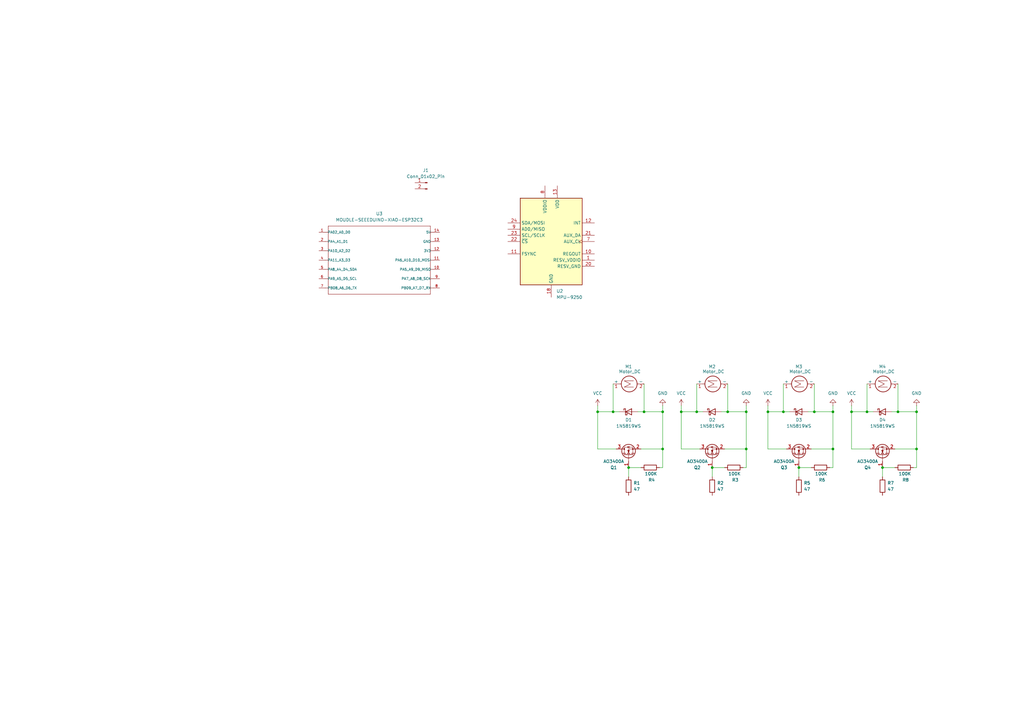
<source format=kicad_sch>
(kicad_sch (version 20250114) (generator "eeschema") (generator_version "9.0")
  (paper "A3")
  (lib_symbols
    (symbol "Connector:Conn_01x02_Pin" (pin_names (offset 1.016) (hide yes))
      (property "Reference" "J" (at 0 2.54 0))
      (property "Value" "Conn_01x02_Pin" (at 0 -5.08 0))
      (symbol "Conn_01x02_Pin_1_1"
        (rectangle (start 0.8636 0.127) (end 0 -0.127) (stroke (width 0.1524)) (fill (type outline)))
        (rectangle (start 0.8636 -2.413) (end 0 -2.667) (stroke (width 0.1524)) (fill (type outline)))
        (polyline (pts (xy 1.27 0) (xy 0.8636 0)) (stroke (width 0.1524)))
        (polyline (pts (xy 1.27 -2.54) (xy 0.8636 -2.54)) (stroke (width 0.1524)))
        (pin passive line (at 5.08 0 180) (length 3.81) (name "Pin_1") (number "1"))
        (pin passive line (at 5.08 -2.54 180) (length 3.81) (name "Pin_2") (number "2"))
      )
    )
    (symbol "Device:R" (pin_numbers (hide yes)) (pin_names (offset 0))
      (property "Reference" "R" (at 2.032 0 90))
      (property "Value" "R" (at 0 0 90))
      (symbol "R_0_1"
        (rectangle (start -1.016 -2.54) (end 1.016 2.54) (stroke (width 0.254)))
      )
      (symbol "R_1_1"
        (pin passive line (at 0 3.81 270) (length 1.27) (name "~") (number "1"))
        (pin passive line (at 0 -3.81 90) (length 1.27) (name "~") (number "2"))
      )
    )
    (symbol "Diode:1N5819WS" (pin_numbers (hide yes)) (pin_names (offset 1.016) (hide yes))
      (property "Reference" "D" (at 0 2.54 0))
      (property "Value" "1N5819WS" (at 0 -2.54 0))
      (symbol "1N5819WS_0_1"
        (polyline (pts (xy -1.905 0.635) (xy -1.905 1.27) (xy -1.27 1.27) (xy -1.27 -1.27) (xy -0.635 -1.27) (xy -0.635 -0.635)) (stroke (width 0.254)))
        (polyline (pts (xy 1.27 1.27) (xy 1.27 -1.27) (xy -1.27 0) (xy 1.27 1.27)) (stroke (width 0.254)))
        (polyline (pts (xy 1.27 0) (xy -1.27 0)))
      )
      (symbol "1N5819WS_1_1"
        (pin passive line (at -3.81 0 0) (length 2.54) (name "K") (number "1"))
        (pin passive line (at 3.81 0 180) (length 2.54) (name "A") (number "2"))
      )
    )
    (symbol "MOUDLE-SEEEDUINO-XIAO-ESP32C3:MOUDLE-SEEEDUINO-XIAO-ESP32C3" (pin_names (offset 1.016))
      (property "Reference" "U" (at -21.59 15.24 0))
      (property "Value" "MOUDLE-SEEEDUINO-XIAO-ESP32C3" (at -21.59 13.97 0))
      (symbol "MOUDLE-SEEEDUINO-XIAO-ESP32C3_0_0"
        (polyline (pts (xy -21.59 13.97) (xy 20.32 13.97)) (stroke (width 0.1524)))
        (polyline (pts (xy -21.59 11.43) (xy -22.86 11.43)) (stroke (width 0.1524)))
        (polyline (pts (xy -21.59 11.43) (xy -21.59 13.97)) (stroke (width 0.1524)))
        (polyline (pts (xy -21.59 7.62) (xy -22.86 7.62)) (stroke (width 0.1524)))
        (polyline (pts (xy -21.59 7.62) (xy -21.59 11.43)) (stroke (width 0.1524)))
        (polyline (pts (xy -21.59 3.81) (xy -22.86 3.81)) (stroke (width 0.1524)))
        (polyline (pts (xy -21.59 3.81) (xy -21.59 7.62)) (stroke (width 0.1524)))
        (polyline (pts (xy -21.59 0) (xy -22.86 0)) (stroke (width 0.1524)))
        (polyline (pts (xy -21.59 0) (xy -21.59 3.81)) (stroke (width 0.1524)))
        (polyline (pts (xy -21.59 -3.81) (xy -22.86 -3.81)) (stroke (width 0.1524)))
        (polyline (pts (xy -21.59 -7.62) (xy -22.86 -7.62)) (stroke (width 0.1524)))
        (polyline (pts (xy -21.59 -11.43) (xy -22.86 -11.43)) (stroke (width 0.1524)))
        (polyline (pts (xy -21.59 -13.97) (xy -21.59 0)) (stroke (width 0.1524)))
        (polyline (pts (xy 20.32 13.97) (xy 20.32 11.43)) (stroke (width 0.1524)))
        (polyline (pts (xy 20.32 11.43) (xy 20.32 7.62)) (stroke (width 0.1524)))
        (polyline (pts (xy 20.32 7.62) (xy 20.32 3.81)) (stroke (width 0.1524)))
        (polyline (pts (xy 20.32 3.81) (xy 20.32 -13.97)) (stroke (width 0.1524)))
        (polyline (pts (xy 20.32 -13.97) (xy -21.59 -13.97)) (stroke (width 0.1524)))
        (polyline (pts (xy 21.59 11.43) (xy 20.32 11.43)) (stroke (width 0.1524)))
        (polyline (pts (xy 21.59 7.62) (xy 20.32 7.62)) (stroke (width 0.1524)))
        (polyline (pts (xy 21.59 3.81) (xy 20.32 3.81)) (stroke (width 0.1524)))
        (polyline (pts (xy 21.59 0) (xy 20.32 0)) (stroke (width 0.1524)))
        (polyline (pts (xy 21.59 -3.81) (xy 20.32 -3.81)) (stroke (width 0.1524)))
        (polyline (pts (xy 21.59 -7.62) (xy 20.32 -7.62)) (stroke (width 0.1524)))
        (polyline (pts (xy 21.59 -11.43) (xy 20.32 -11.43)) (stroke (width 0.1524)))
        (pin bidirectional line (at -25.4 11.43 0) (length 2.54) (name "PA02_A0_D0") (number "1"))
        (pin bidirectional line (at -25.4 7.62 0) (length 2.54) (name "PA4_A1_D1") (number "2"))
        (pin bidirectional line (at -25.4 3.81 0) (length 2.54) (name "PA10_A2_D2") (number "3"))
        (pin bidirectional line (at -25.4 0 0) (length 2.54) (name "PA11_A3_D3") (number "4"))
        (pin bidirectional line (at -25.4 -3.81 0) (length 2.54) (name "PA8_A4_D4_SDA") (number "5"))
        (pin bidirectional line (at -25.4 -7.62 0) (length 2.54) (name "PA9_A5_D5_SCL") (number "6"))
        (pin bidirectional line (at -25.4 -11.43 0) (length 2.54) (name "PB08_A6_D6_TX") (number "7"))
        (pin bidirectional line (at 24.13 11.43 180) (length 2.54) (name "5V") (number "14"))
        (pin bidirectional line (at 24.13 7.62 180) (length 2.54) (name "GND") (number "13"))
        (pin bidirectional line (at 24.13 3.81 180) (length 2.54) (name "3V3") (number "12"))
        (pin bidirectional line (at 24.13 0 180) (length 2.54) (name "PA6_A10_D10_MOSI") (number "11"))
        (pin bidirectional line (at 24.13 -3.81 180) (length 2.54) (name "PA5_A9_D9_MISO") (number "10"))
        (pin bidirectional line (at 24.13 -7.62 180) (length 2.54) (name "PA7_A8_D8_SCK") (number "9"))
        (pin bidirectional line (at 24.13 -11.43 180) (length 2.54) (name "PB09_A7_D7_RX") (number "8"))
      )
    )
    (symbol "Motor:Motor_DC" (pin_names (offset 0))
      (property "Reference" "M" (at 2.54 2.54 0))
      (property "Value" "Motor_DC" (at 2.54 -5.08 0))
      (symbol "Motor_DC_0_0"
        (polyline (pts (xy -1.27 -3.302) (xy -1.27 0.508) (xy 0 -2.032) (xy 1.27 0.508) (xy 1.27 -3.302)))
      )
      (symbol "Motor_DC_0_1"
        (polyline (pts (xy 0 2.032) (xy 0 2.54)))
        (polyline (pts (xy 0 1.7272) (xy 0 2.0828)))
        (circle (center 0 -1.524) (radius 3.2512) (stroke (width 0.254)))
        (polyline (pts (xy 0 -4.7752) (xy 0 -5.1816)))
        (polyline (pts (xy 0 -7.62) (xy 0 -7.112)))
      )
      (symbol "Motor_DC_1_1"
        (pin passive line (at 0 5.08 270) (length 2.54) (name "+") (number "1"))
        (pin passive line (at 0 -7.62 90) (length 2.54) (name "-") (number "2"))
      )
    )
    (symbol "Sensor_Motion:MPU-9250"
      (property "Reference" "U" (at -11.43 19.05 0))
      (property "Value" "MPU-9250" (at 7.62 -19.05 0))
      (symbol "MPU-9250_0_1"
        (rectangle (start -12.7 17.78) (end 12.7 -17.78) (stroke (width 0.254)) (fill (type background)))
      )
      (symbol "MPU-9250_1_1"
        (pin bidirectional line (at -17.78 7.62 0) (length 5.08) (name "SDA/MOSI") (number "24"))
        (pin bidirectional line (at -17.78 5.08 0) (length 5.08) (name "AD0/MISO") (number "9"))
        (pin input line (at -17.78 2.54 0) (length 5.08) (name "SCL/SCLK") (number "23"))
        (pin input line (at -17.78 0 0) (length 5.08) (name "~{CS}") (number "22"))
        (pin input line (at -17.78 -5.08 0) (length 5.08) (name "FSYNC") (number "11"))
        (pin power_in line (at -2.54 22.86 270) (length 5.08) (name "VDDIO") (number "8"))
        (pin power_in line (at 0 -22.86 90) (length 5.08) (name "GND") (number "18"))
        (pin power_in line (at 2.54 22.86 270) (length 5.08) (name "VDD") (number "13"))
        (pin output line (at 17.78 7.62 180) (length 5.08) (name "INT") (number "12"))
        (pin bidirectional line (at 17.78 2.54 180) (length 5.08) (name "AUX_DA") (number "21"))
        (pin output clock (at 17.78 0 180) (length 5.08) (name "AUX_CL") (number "7"))
        (pin passive line (at 17.78 -5.08 180) (length 5.08) (name "REGOUT") (number "10"))
        (pin input line (at 17.78 -7.62 180) (length 5.08) (name "RESV_VDDIO") (number "1"))
        (pin power_in line (at 17.78 -10.16 180) (length 5.08) (name "RESV_GND") (number "20"))
      )
    )
    (symbol "Transistor_FET:AO3400A" (pin_names (offset 0) (hide yes))
      (property "Reference" "Q" (at 5.08 1.905 0))
      (property "Value" "AO3400A" (at 5.08 0 0))
      (symbol "AO3400A_0_1"
        (polyline (pts (xy 0.254 1.905) (xy 0.254 -1.905)) (stroke (width 0.254)))
        (polyline (pts (xy 0.254 0) (xy -2.54 0)))
        (polyline (pts (xy 0.762 2.286) (xy 0.762 1.27)) (stroke (width 0.254)))
        (polyline (pts (xy 0.762 0.508) (xy 0.762 -0.508)) (stroke (width 0.254)))
        (polyline (pts (xy 0.762 -1.27) (xy 0.762 -2.286)) (stroke (width 0.254)))
        (polyline (pts (xy 0.762 -1.778) (xy 3.302 -1.778) (xy 3.302 1.778) (xy 0.762 1.778)))
        (polyline (pts (xy 1.016 0) (xy 2.032 0.381) (xy 2.032 -0.381) (xy 1.016 0)) (fill (type outline)))
        (circle (center 1.651 0) (radius 2.794) (stroke (width 0.254)))
        (polyline (pts (xy 2.54 2.54) (xy 2.54 1.778)))
        (circle (center 2.54 1.778) (radius 0.254) (fill (type outline)))
        (circle (center 2.54 -1.778) (radius 0.254) (fill (type outline)))
        (polyline (pts (xy 2.54 -2.54) (xy 2.54 0) (xy 0.762 0)))
        (polyline (pts (xy 2.921 0.381) (xy 3.683 0.381)))
        (polyline (pts (xy 3.302 0.381) (xy 2.921 -0.254) (xy 3.683 -0.254) (xy 3.302 0.381)))
      )
      (symbol "AO3400A_1_1"
        (pin input line (at -5.08 0 0) (length 2.54) (name "G") (number "1"))
        (pin passive line (at 2.54 5.08 270) (length 2.54) (name "D") (number "3"))
        (pin passive line (at 2.54 -5.08 90) (length 2.54) (name "S") (number "2"))
      )
    )
    (symbol "power:GND" (power) (pin_numbers (hide yes)) (pin_names (offset 0) (hide yes))
      (property "Value" "GND" (at 0 -3.81 0))
      (symbol "GND_0_1"
        (polyline (pts (xy 0 0) (xy 0 -1.27) (xy 1.27 -1.27) (xy 0 -2.54) (xy -1.27 -1.27) (xy 0 -1.27)))
      )
      (symbol "GND_1_1"
        (pin power_in line (at 0 0 270) (length 0) (name "~") (number "1"))
      )
    )
    (symbol "power:VCC" (power) (pin_numbers (hide yes)) (pin_names (offset 0) (hide yes))
      (property "Value" "VCC" (at 0 3.556 0))
      (symbol "VCC_0_1"
        (polyline (pts (xy -0.762 1.27) (xy 0 2.54)))
        (polyline (pts (xy 0 2.54) (xy 0.762 1.27)))
        (polyline (pts (xy 0 0) (xy 0 2.54)))
      )
      (symbol "VCC_1_1"
        (pin power_in line (at 0 0 90) (length 0) (name "~") (number "1"))
      )
    )
  )
  (junction (at 271.78 184.15))
  (junction (at 251.46 168.91))
  (junction (at 334.01 168.91))
  (junction (at 341.63 184.15))
  (junction (at 285.75 168.91))
  (junction (at 279.4 168.91))
  (junction (at 292.1 191.77))
  (junction (at 264.16 168.91))
  (junction (at 257.81 191.77))
  (junction (at 321.31 168.91))
  (junction (at 361.95 191.77))
  (junction (at 341.63 168.91))
  (junction (at 245.11 168.91))
  (junction (at 298.45 168.91))
  (junction (at 375.92 168.91))
  (junction (at 306.07 168.91))
  (junction (at 306.07 184.15))
  (junction (at 314.96 168.91))
  (junction (at 368.3 168.91))
  (junction (at 355.6 168.91))
  (junction (at 375.92 184.15))
  (junction (at 271.78 168.91))
  (junction (at 349.25 168.91))
  (junction (at 327.66 191.77))
  (wire (pts (xy 271.78 184.15) (xy 271.78 191.77)))
  (wire (pts (xy 349.25 184.15) (xy 356.87 184.15)))
  (wire (pts (xy 279.4 166.37) (xy 279.4 168.91)))
  (wire (pts (xy 306.07 168.91) (xy 306.07 184.15)))
  (wire (pts (xy 314.96 166.37) (xy 314.96 168.91)))
  (wire (pts (xy 375.92 184.15) (xy 375.92 191.77)))
  (wire (pts (xy 334.01 168.91) (xy 341.63 168.91)))
  (wire (pts (xy 341.63 168.91) (xy 341.63 184.15)))
  (wire (pts (xy 314.96 168.91) (xy 314.96 184.15)))
  (wire (pts (xy 270.51 191.77) (xy 271.78 191.77)))
  (wire (pts (xy 257.81 191.77) (xy 262.89 191.77)))
  (wire (pts (xy 257.81 191.77) (xy 257.81 195.58)))
  (wire (pts (xy 271.78 184.15) (xy 262.89 184.15)))
  (wire (pts (xy 292.1 191.77) (xy 297.18 191.77)))
  (wire (pts (xy 306.07 166.37) (xy 306.07 168.91)))
  (wire (pts (xy 314.96 184.15) (xy 322.58 184.15)))
  (wire (pts (xy 349.25 168.91) (xy 349.25 184.15)))
  (wire (pts (xy 375.92 184.15) (xy 367.03 184.15)))
  (wire (pts (xy 279.4 168.91) (xy 279.4 184.15)))
  (wire (pts (xy 340.36 191.77) (xy 341.63 191.77)))
  (wire (pts (xy 304.8 191.77) (xy 306.07 191.77)))
  (wire (pts (xy 358.14 168.91) (xy 355.6 168.91)))
  (wire (pts (xy 321.31 157.48) (xy 321.31 168.91)))
  (wire (pts (xy 245.11 184.15) (xy 252.73 184.15)))
  (wire (pts (xy 261.62 168.91) (xy 264.16 168.91)))
  (wire (pts (xy 368.3 157.48) (xy 368.3 168.91)))
  (wire (pts (xy 295.91 168.91) (xy 298.45 168.91)))
  (wire (pts (xy 264.16 157.48) (xy 264.16 168.91)))
  (wire (pts (xy 306.07 184.15) (xy 306.07 191.77)))
  (wire (pts (xy 349.25 166.37) (xy 349.25 168.91)))
  (wire (pts (xy 254 168.91) (xy 251.46 168.91)))
  (wire (pts (xy 306.07 184.15) (xy 297.18 184.15)))
  (wire (pts (xy 349.25 168.91) (xy 355.6 168.91)))
  (wire (pts (xy 374.65 191.77) (xy 375.92 191.77)))
  (wire (pts (xy 331.47 168.91) (xy 334.01 168.91)))
  (wire (pts (xy 327.66 191.77) (xy 327.66 195.58)))
  (wire (pts (xy 375.92 166.37) (xy 375.92 168.91)))
  (wire (pts (xy 323.85 168.91) (xy 321.31 168.91)))
  (wire (pts (xy 341.63 184.15) (xy 341.63 191.77)))
  (wire (pts (xy 341.63 184.15) (xy 332.74 184.15)))
  (wire (pts (xy 334.01 157.48) (xy 334.01 168.91)))
  (wire (pts (xy 264.16 168.91) (xy 271.78 168.91)))
  (wire (pts (xy 327.66 191.77) (xy 332.74 191.77)))
  (wire (pts (xy 361.95 191.77) (xy 367.03 191.77)))
  (wire (pts (xy 279.4 168.91) (xy 285.75 168.91)))
  (wire (pts (xy 368.3 168.91) (xy 375.92 168.91)))
  (wire (pts (xy 245.11 166.37) (xy 245.11 168.91)))
  (wire (pts (xy 298.45 157.48) (xy 298.45 168.91)))
  (wire (pts (xy 271.78 166.37) (xy 271.78 168.91)))
  (wire (pts (xy 271.78 168.91) (xy 271.78 184.15)))
  (wire (pts (xy 251.46 157.48) (xy 251.46 168.91)))
  (wire (pts (xy 361.95 191.77) (xy 361.95 195.58)))
  (wire (pts (xy 375.92 168.91) (xy 375.92 184.15)))
  (wire (pts (xy 314.96 168.91) (xy 321.31 168.91)))
  (wire (pts (xy 341.63 166.37) (xy 341.63 168.91)))
  (wire (pts (xy 298.45 168.91) (xy 306.07 168.91)))
  (wire (pts (xy 292.1 191.77) (xy 292.1 195.58)))
  (wire (pts (xy 355.6 157.48) (xy 355.6 168.91)))
  (wire (pts (xy 288.29 168.91) (xy 285.75 168.91)))
  (wire (pts (xy 279.4 184.15) (xy 287.02 184.15)))
  (wire (pts (xy 285.75 157.48) (xy 285.75 168.91)))
  (wire (pts (xy 245.11 168.91) (xy 251.46 168.91)))
  (wire (pts (xy 245.11 168.91) (xy 245.11 184.15)))
  (wire (pts (xy 365.76 168.91) (xy 368.3 168.91)))
  (symbol (lib_id "Motor:Motor_DC") (at 360.68 157.48 90) (unit 1)
    (property "Reference" "M4" (at 361.95 150.368 90))
    (property "Value" "Motor_DC" (at 362.458 152.4 90))
    (property "Footprint" "TestPoint:TestPoint_2Pads_Pitch2.54mm_Drill0.8mm" (effects (hide yes)))
    (property "Description" "DC Motor" (effects (hide yes)))
  )
  (symbol (lib_id "Device:R") (at 266.7 191.77 270) (unit 1)
    (property "Reference" "R4" (at 265.938 196.85 90) (effects (justify left)))
    (property "Value" "100K" (at 264.414 194.31 90) (effects (justify left)))
    (property "Footprint" "Resistor_SMD:R_0805_2012Metric" (effects (hide yes)))
    (property "Description" "Resistor" (effects (hide yes)))
  )
  (symbol (lib_id "Transistor_FET:AO3400A") (at 327.66 186.69 90) (unit 1)
    (property "Reference" "Q3" (at 321.564 191.77 90))
    (property "Value" "AO3400A" (at 321.564 189.23 90))
    (property "Footprint" "Package_TO_SOT_SMD:SOT-23" (effects (hide yes)))
    (property "Datasheet" "http://www.aosmd.com/pdfs/datasheet/AO3400A.pdf" (effects (hide yes)))
    (property "Description" "30V Vds, 5.7A Id, N-Channel MOSFET, SOT-23" (effects (hide yes)))
  )
  (symbol (lib_id "Device:R") (at 361.95 199.39 0) (unit 1)
    (property "Reference" "R7" (at 363.982 198.12 0) (effects (justify left)))
    (property "Value" "47" (at 363.982 200.66 0) (effects (justify left)))
    (property "Footprint" "Resistor_SMD:R_0805_2012Metric" (effects (hide yes)))
    (property "Description" "Resistor" (effects (hide yes)))
  )
  (symbol (lib_id "power:VCC") (at 349.25 166.37 0) (unit 1)
    (property "Reference" "#PWR07" (effects (hide yes)))
    (property "Value" "VCC" (at 349.25 161.29 0))
    (property "Description" "Power symbol creates a global label with name \"VCC\"" (effects (hide yes)))
  )
  (symbol (lib_id "Transistor_FET:AO3400A") (at 257.81 186.69 90) (unit 1)
    (property "Reference" "Q1" (at 251.714 191.77 90))
    (property "Value" "AO3400A" (at 251.714 189.23 90))
    (property "Footprint" "Package_TO_SOT_SMD:SOT-23" (effects (hide yes)))
    (property "Datasheet" "http://www.aosmd.com/pdfs/datasheet/AO3400A.pdf" (effects (hide yes)))
    (property "Description" "30V Vds, 5.7A Id, N-Channel MOSFET, SOT-23" (effects (hide yes)))
  )
  (symbol (lib_id "Motor:Motor_DC") (at 326.39 157.48 90) (unit 1)
    (property "Reference" "M3" (at 327.66 150.368 90))
    (property "Value" "Motor_DC" (at 328.168 152.4 90))
    (property "Footprint" "TestPoint:TestPoint_2Pads_Pitch2.54mm_Drill0.8mm" (effects (hide yes)))
    (property "Description" "DC Motor" (effects (hide yes)))
  )
  (symbol (lib_id "Device:R") (at 292.1 199.39 0) (unit 1)
    (property "Reference" "R2" (at 294.132 198.12 0) (effects (justify left)))
    (property "Value" "47" (at 294.132 200.66 0) (effects (justify left)))
    (property "Footprint" "Resistor_SMD:R_0805_2012Metric" (effects (hide yes)))
    (property "Description" "Resistor" (effects (hide yes)))
  )
  (symbol (lib_id "Transistor_FET:AO3400A") (at 292.1 186.69 90) (unit 1)
    (property "Reference" "Q2" (at 286.004 191.77 90))
    (property "Value" "AO3400A" (at 286.004 189.23 90))
    (property "Footprint" "Package_TO_SOT_SMD:SOT-23" (effects (hide yes)))
    (property "Datasheet" "http://www.aosmd.com/pdfs/datasheet/AO3400A.pdf" (effects (hide yes)))
    (property "Description" "30V Vds, 5.7A Id, N-Channel MOSFET, SOT-23" (effects (hide yes)))
  )
  (symbol (lib_id "power:VCC") (at 314.96 166.37 0) (unit 1)
    (property "Reference" "#PWR05" (effects (hide yes)))
    (property "Value" "VCC" (at 314.96 161.29 0))
    (property "Description" "Power symbol creates a global label with name \"VCC\"" (effects (hide yes)))
  )
  (symbol (lib_id "Transistor_FET:AO3400A") (at 361.95 186.69 90) (unit 1)
    (property "Reference" "Q4" (at 355.854 191.77 90))
    (property "Value" "AO3400A" (at 355.854 189.23 90))
    (property "Footprint" "Package_TO_SOT_SMD:SOT-23" (effects (hide yes)))
    (property "Datasheet" "http://www.aosmd.com/pdfs/datasheet/AO3400A.pdf" (effects (hide yes)))
    (property "Description" "30V Vds, 5.7A Id, N-Channel MOSFET, SOT-23" (effects (hide yes)))
  )
  (symbol (lib_id "power:GND") (at 375.92 166.37 180) (unit 1)
    (property "Reference" "#PWR08" (effects (hide yes)))
    (property "Value" "GND" (at 375.92 161.29 0))
    (property "Description" "Power symbol creates a global label with name \"GND\" , ground" (effects (hide yes)))
  )
  (symbol (lib_id "power:VCC") (at 279.4 166.37 0) (unit 1)
    (property "Reference" "#PWR02" (effects (hide yes)))
    (property "Value" "VCC" (at 279.4 161.29 0))
    (property "Description" "Power symbol creates a global label with name \"VCC\"" (effects (hide yes)))
  )
  (symbol (lib_id "power:GND") (at 306.07 166.37 180) (unit 1)
    (property "Reference" "#PWR03" (effects (hide yes)))
    (property "Value" "GND" (at 306.07 161.29 0))
    (property "Description" "Power symbol creates a global label with name \"GND\" , ground" (effects (hide yes)))
  )
  (symbol (lib_id "Diode:1N5819WS") (at 292.1 168.91 0) (unit 1)
    (property "Reference" "D2" (at 292.1 172.212 0))
    (property "Value" "1N5819WS" (at 292.1 174.752 0))
    (property "Footprint" "Diode_SMD:D_SOD-323" (effects (hide yes)))
    (property "Datasheet" "https://datasheet.lcsc.com/lcsc/2204281430_Guangdong-Hottech-1N5819WS_C191023.pdf" (effects (hide yes)))
    (property "Description" "40V 600mV@1A 1A SOD-323 Schottky Barrier Diodes, SOD-323" (effects (hide yes)))
  )
  (symbol (lib_id "Connector:Conn_01x02_Pin") (at 175.26 74.93 0) (mirror y) (unit 1)
    (property "Reference" "J1" (at 174.625 69.85 0))
    (property "Value" "Conn_01x02_Pin" (at 174.625 72.39 0))
    (property "Footprint" "Connector_PinHeader_2.54mm:PinHeader_1x02_P2.54mm_Vertical" (effects (hide yes)))
    (property "Description" "Generic connector, single row, 01x02, script generated" (effects (hide yes)))
  )
  (symbol (lib_id "power:GND") (at 271.78 166.37 180) (unit 1)
    (property "Reference" "#PWR04" (effects (hide yes)))
    (property "Value" "GND" (at 271.78 161.29 0))
    (property "Description" "Power symbol creates a global label with name \"GND\" , ground" (effects (hide yes)))
  )
  (symbol (lib_id "Sensor_Motion:MPU-9250") (at 226.06 99.06 0) (unit 1)
    (property "Reference" "U2" (at 228.2033 119.38 0) (effects (justify left)))
    (property "Value" "MPU-9250" (at 228.2033 121.92 0) (effects (justify left)))
    (property "Footprint" "Sensor_Motion:InvenSense_QFN-24_3x3mm_P0.4mm" (effects (hide yes)))
    (property "Datasheet" "https://invensense.tdk.com/wp-content/uploads/2015/02/PS-MPU-9250A-01-v1.1.pdf" (effects (hide yes)))
    (property "Description" "InvenSense 9-Axis Motion Sensor, Accelerometer, Gyroscope, Compass, I2C/SPI" (effects (hide yes)))
  )
  (symbol (lib_id "Motor:Motor_DC") (at 290.83 157.48 90) (unit 1)
    (property "Reference" "M2" (at 292.1 150.368 90))
    (property "Value" "Motor_DC" (at 292.608 152.4 90))
    (property "Footprint" "TestPoint:TestPoint_2Pads_Pitch2.54mm_Drill0.8mm" (effects (hide yes)))
    (property "Description" "DC Motor" (effects (hide yes)))
  )
  (symbol (lib_id "Motor:Motor_DC") (at 256.54 157.48 90) (unit 1)
    (property "Reference" "M1" (at 257.81 150.368 90))
    (property "Value" "Motor_DC" (at 258.318 152.4 90))
    (property "Footprint" "TestPoint:TestPoint_2Pads_Pitch2.54mm_Drill0.8mm" (effects (hide yes)))
    (property "Description" "DC Motor" (effects (hide yes)))
  )
  (symbol (lib_id "Diode:1N5819WS") (at 257.81 168.91 0) (unit 1)
    (property "Reference" "D1" (at 257.81 172.212 0))
    (property "Value" "1N5819WS" (at 257.81 174.752 0))
    (property "Footprint" "Diode_SMD:D_SOD-323" (effects (hide yes)))
    (property "Datasheet" "https://datasheet.lcsc.com/lcsc/2204281430_Guangdong-Hottech-1N5819WS_C191023.pdf" (effects (hide yes)))
    (property "Description" "40V 600mV@1A 1A SOD-323 Schottky Barrier Diodes, SOD-323" (effects (hide yes)))
  )
  (symbol (lib_id "Diode:1N5819WS") (at 361.95 168.91 0) (unit 1)
    (property "Reference" "D4" (at 361.95 172.212 0))
    (property "Value" "1N5819WS" (at 361.95 174.752 0))
    (property "Footprint" "Diode_SMD:D_SOD-323" (effects (hide yes)))
    (property "Datasheet" "https://datasheet.lcsc.com/lcsc/2204281430_Guangdong-Hottech-1N5819WS_C191023.pdf" (effects (hide yes)))
    (property "Description" "40V 600mV@1A 1A SOD-323 Schottky Barrier Diodes, SOD-323" (effects (hide yes)))
  )
  (symbol (lib_id "Device:R") (at 327.66 199.39 0) (unit 1)
    (property "Reference" "R5" (at 329.692 198.12 0) (effects (justify left)))
    (property "Value" "47" (at 329.692 200.66 0) (effects (justify left)))
    (property "Footprint" "Resistor_SMD:R_0805_2012Metric" (effects (hide yes)))
    (property "Description" "Resistor" (effects (hide yes)))
  )
  (symbol (lib_id "Diode:1N5819WS") (at 327.66 168.91 0) (unit 1)
    (property "Reference" "D3" (at 327.66 172.212 0))
    (property "Value" "1N5819WS" (at 327.66 174.752 0))
    (property "Footprint" "Diode_SMD:D_SOD-323" (effects (hide yes)))
    (property "Datasheet" "https://datasheet.lcsc.com/lcsc/2204281430_Guangdong-Hottech-1N5819WS_C191023.pdf" (effects (hide yes)))
    (property "Description" "40V 600mV@1A 1A SOD-323 Schottky Barrier Diodes, SOD-323" (effects (hide yes)))
  )
  (symbol (lib_id "MOUDLE-SEEEDUINO-XIAO-ESP32C3:MOUDLE-SEEEDUINO-XIAO-ESP32C3") (at 156.21 106.68 0) (unit 1)
    (property "Reference" "U3" (at 155.575 87.63 0))
    (property "Value" "MOUDLE-SEEEDUINO-XIAO-ESP32C3" (at 155.575 90.17 0))
    (property "Footprint" "RF_Module:MCU_Seeed_ESP32C3" (effects (hide yes)))
  )
  (symbol (lib_id "Device:R") (at 257.81 199.39 0) (unit 1)
    (property "Reference" "R1" (at 259.842 198.12 0) (effects (justify left)))
    (property "Value" "47" (at 259.842 200.66 0) (effects (justify left)))
    (property "Footprint" "Resistor_SMD:R_0805_2012Metric" (effects (hide yes)))
    (property "Description" "Resistor" (effects (hide yes)))
  )
  (symbol (lib_id "Device:R") (at 300.99 191.77 270) (unit 1)
    (property "Reference" "R3" (at 300.228 196.85 90) (effects (justify left)))
    (property "Value" "100K" (at 298.704 194.31 90) (effects (justify left)))
    (property "Footprint" "Resistor_SMD:R_0805_2012Metric" (effects (hide yes)))
    (property "Description" "Resistor" (effects (hide yes)))
  )
  (symbol (lib_id "Device:R") (at 336.55 191.77 270) (unit 1)
    (property "Reference" "R6" (at 335.788 196.85 90) (effects (justify left)))
    (property "Value" "100K" (at 334.264 194.31 90) (effects (justify left)))
    (property "Footprint" "Resistor_SMD:R_0805_2012Metric" (effects (hide yes)))
    (property "Description" "Resistor" (effects (hide yes)))
  )
  (symbol (lib_id "power:VCC") (at 245.11 166.37 0) (unit 1)
    (property "Reference" "#PWR01" (effects (hide yes)))
    (property "Value" "VCC" (at 245.11 161.29 0))
    (property "Description" "Power symbol creates a global label with name \"VCC\"" (effects (hide yes)))
  )
  (symbol (lib_id "power:GND") (at 341.63 166.37 180) (unit 1)
    (property "Reference" "#PWR06" (effects (hide yes)))
    (property "Value" "GND" (at 341.63 161.29 0))
    (property "Description" "Power symbol creates a global label with name \"GND\" , ground" (effects (hide yes)))
  )
  (symbol (lib_id "Device:R") (at 370.84 191.77 270) (unit 1)
    (property "Reference" "R8" (at 370.078 196.85 90) (effects (justify left)))
    (property "Value" "100K" (at 368.554 194.31 90) (effects (justify left)))
    (property "Footprint" "Resistor_SMD:R_0805_2012Metric" (effects (hide yes)))
    (property "Description" "Resistor" (effects (hide yes)))
  )
)
</source>
